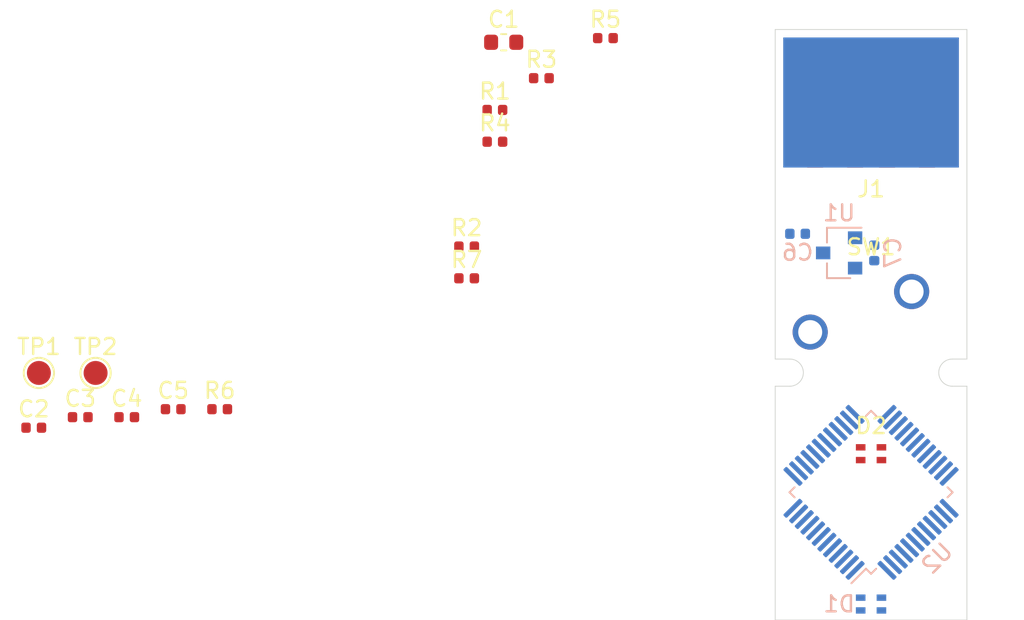
<source format=kicad_pcb>
(kicad_pcb (version 20171130) (host pcbnew 5.1.6)

  (general
    (thickness 1.6)
    (drawings 12)
    (tracks 0)
    (zones 0)
    (modules 22)
    (nets 48)
  )

  (page A4)
  (layers
    (0 F.Cu signal)
    (31 B.Cu signal)
    (32 B.Adhes user)
    (33 F.Adhes user)
    (34 B.Paste user)
    (35 F.Paste user)
    (36 B.SilkS user)
    (37 F.SilkS user)
    (38 B.Mask user)
    (39 F.Mask user)
    (40 Dwgs.User user)
    (41 Cmts.User user)
    (42 Eco1.User user)
    (43 Eco2.User user)
    (44 Edge.Cuts user)
    (45 Margin user)
    (46 B.CrtYd user)
    (47 F.CrtYd user)
    (48 B.Fab user)
    (49 F.Fab user)
  )

  (setup
    (last_trace_width 0.25)
    (trace_clearance 0.2)
    (zone_clearance 0.508)
    (zone_45_only no)
    (trace_min 0.2)
    (via_size 0.8)
    (via_drill 0.4)
    (via_min_size 0.6)
    (via_min_drill 0.3)
    (uvia_size 0.3)
    (uvia_drill 0.1)
    (uvias_allowed no)
    (uvia_min_size 0.2)
    (uvia_min_drill 0.1)
    (edge_width 0.05)
    (segment_width 0.2)
    (pcb_text_width 0.3)
    (pcb_text_size 1.5 1.5)
    (mod_edge_width 0.12)
    (mod_text_size 1 1)
    (mod_text_width 0.15)
    (pad_size 1.524 1.524)
    (pad_drill 0.762)
    (pad_to_mask_clearance 0.05)
    (aux_axis_origin 0 0)
    (visible_elements FFFFF77F)
    (pcbplotparams
      (layerselection 0x010fc_ffffffff)
      (usegerberextensions false)
      (usegerberattributes true)
      (usegerberadvancedattributes true)
      (creategerberjobfile true)
      (excludeedgelayer true)
      (linewidth 0.100000)
      (plotframeref false)
      (viasonmask false)
      (mode 1)
      (useauxorigin false)
      (hpglpennumber 1)
      (hpglpenspeed 20)
      (hpglpendiameter 15.000000)
      (psnegative false)
      (psa4output false)
      (plotreference true)
      (plotvalue true)
      (plotinvisibletext false)
      (padsonsilk false)
      (subtractmaskfromsilk false)
      (outputformat 1)
      (mirror false)
      (drillshape 1)
      (scaleselection 1)
      (outputdirectory ""))
  )

  (net 0 "")
  (net 1 GND)
  (net 2 +3V3)
  (net 3 VBUS)
  (net 4 "Net-(D1-Pad4)")
  (net 5 "Net-(D1-Pad3)")
  (net 6 "Net-(D1-Pad1)")
  (net 7 "Net-(D2-Pad4)")
  (net 8 "Net-(D2-Pad3)")
  (net 9 "Net-(D2-Pad1)")
  (net 10 /D+)
  (net 11 /D-)
  (net 12 /BTN1)
  (net 13 /LED1_R)
  (net 14 /LED1_G)
  (net 15 /LED1_B)
  (net 16 /LED2_R)
  (net 17 /LED2_G)
  (net 18 /LED2_B)
  (net 19 /SWDIO)
  (net 20 /SWCLK)
  (net 21 "Net-(U2-Pad46)")
  (net 22 "Net-(U2-Pad45)")
  (net 23 "Net-(U2-Pad43)")
  (net 24 "Net-(U2-Pad42)")
  (net 25 "Net-(U2-Pad40)")
  (net 26 "Net-(U2-Pad39)")
  (net 27 "Net-(U2-Pad38)")
  (net 28 "Net-(U2-Pad31)")
  (net 29 "Net-(U2-Pad30)")
  (net 30 "Net-(U2-Pad29)")
  (net 31 "Net-(U2-Pad28)")
  (net 32 "Net-(U2-Pad27)")
  (net 33 "Net-(U2-Pad26)")
  (net 34 "Net-(U2-Pad25)")
  (net 35 "Net-(U2-Pad22)")
  (net 36 "Net-(U2-Pad21)")
  (net 37 "Net-(U2-Pad20)")
  (net 38 "Net-(U2-Pad17)")
  (net 39 "Net-(U2-Pad16)")
  (net 40 "Net-(U2-Pad15)")
  (net 41 "Net-(U2-Pad14)")
  (net 42 "Net-(U2-Pad7)")
  (net 43 "Net-(U2-Pad6)")
  (net 44 "Net-(U2-Pad5)")
  (net 45 "Net-(U2-Pad4)")
  (net 46 "Net-(U2-Pad3)")
  (net 47 "Net-(U2-Pad2)")

  (net_class Default "This is the default net class."
    (clearance 0.2)
    (trace_width 0.25)
    (via_dia 0.8)
    (via_drill 0.4)
    (uvia_dia 0.3)
    (uvia_drill 0.1)
    (add_net +3V3)
    (add_net /BTN1)
    (add_net /D+)
    (add_net /D-)
    (add_net /LED1_B)
    (add_net /LED1_G)
    (add_net /LED1_R)
    (add_net /LED2_B)
    (add_net /LED2_G)
    (add_net /LED2_R)
    (add_net /SWCLK)
    (add_net /SWDIO)
    (add_net GND)
    (add_net "Net-(D1-Pad1)")
    (add_net "Net-(D1-Pad3)")
    (add_net "Net-(D1-Pad4)")
    (add_net "Net-(D2-Pad1)")
    (add_net "Net-(D2-Pad3)")
    (add_net "Net-(D2-Pad4)")
    (add_net "Net-(U2-Pad14)")
    (add_net "Net-(U2-Pad15)")
    (add_net "Net-(U2-Pad16)")
    (add_net "Net-(U2-Pad17)")
    (add_net "Net-(U2-Pad2)")
    (add_net "Net-(U2-Pad20)")
    (add_net "Net-(U2-Pad21)")
    (add_net "Net-(U2-Pad22)")
    (add_net "Net-(U2-Pad25)")
    (add_net "Net-(U2-Pad26)")
    (add_net "Net-(U2-Pad27)")
    (add_net "Net-(U2-Pad28)")
    (add_net "Net-(U2-Pad29)")
    (add_net "Net-(U2-Pad3)")
    (add_net "Net-(U2-Pad30)")
    (add_net "Net-(U2-Pad31)")
    (add_net "Net-(U2-Pad38)")
    (add_net "Net-(U2-Pad39)")
    (add_net "Net-(U2-Pad4)")
    (add_net "Net-(U2-Pad40)")
    (add_net "Net-(U2-Pad42)")
    (add_net "Net-(U2-Pad43)")
    (add_net "Net-(U2-Pad45)")
    (add_net "Net-(U2-Pad46)")
    (add_net "Net-(U2-Pad5)")
    (add_net "Net-(U2-Pad6)")
    (add_net "Net-(U2-Pad7)")
    (add_net VBUS)
  )

  (module Button_Switch_Keyboard:SW_Cherry_MX_1.00u_PCB (layer F.Cu) (tedit 5F944CC9) (tstamp 5F92DCF2)
    (at 152.54 66.42)
    (descr "Cherry MX keyswitch, 1.00u, PCB mount, http://cherryamericas.com/wp-content/uploads/2014/12/mx_cat.pdf")
    (tags "Cherry MX keyswitch 1.00u PCB")
    (path /5F925207)
    (fp_text reference SW1 (at -2.54 -2.794) (layer F.SilkS)
      (effects (font (size 1 1) (thickness 0.15)))
    )
    (fp_text value MXxx-xxxx (at -2.54 12.954) (layer F.Fab)
      (effects (font (size 1 1) (thickness 0.15)))
    )
    (fp_text user %R (at -2.54 -2.794) (layer F.Fab)
      (effects (font (size 1 1) (thickness 0.15)))
    )
    (fp_line (start -8.89 -1.27) (end 3.81 -1.27) (layer F.Fab) (width 0.1))
    (fp_line (start 3.81 -1.27) (end 3.81 11.43) (layer F.Fab) (width 0.1))
    (fp_line (start 3.81 11.43) (end -8.89 11.43) (layer F.Fab) (width 0.1))
    (fp_line (start -8.89 11.43) (end -8.89 -1.27) (layer F.Fab) (width 0.1))
    (fp_line (start -9.14 11.68) (end -9.14 -1.52) (layer F.CrtYd) (width 0.05))
    (fp_line (start 4.06 11.68) (end -9.14 11.68) (layer F.CrtYd) (width 0.05))
    (fp_line (start 4.06 -1.52) (end 4.06 11.68) (layer F.CrtYd) (width 0.05))
    (fp_line (start -9.14 -1.52) (end 4.06 -1.52) (layer F.CrtYd) (width 0.05))
    (fp_line (start -12.065 -4.445) (end 6.985 -4.445) (layer Dwgs.User) (width 0.15))
    (fp_line (start 6.985 -4.445) (end 6.985 14.605) (layer Dwgs.User) (width 0.15))
    (fp_line (start 6.985 14.605) (end -12.065 14.605) (layer Dwgs.User) (width 0.15))
    (fp_line (start -12.065 14.605) (end -12.065 -4.445) (layer Dwgs.User) (width 0.15))
    (pad "" np_thru_hole circle (at -2.54 5.08) (size 4 4) (drill 4) (layers *.Cu *.Mask))
    (pad 2 thru_hole circle (at -6.35 2.54) (size 2.2 2.2) (drill 1.5) (layers *.Cu *.Mask)
      (net 2 +3V3))
    (pad 1 thru_hole circle (at 0 0) (size 2.2 2.2) (drill 1.5) (layers *.Cu *.Mask)
      (net 12 /BTN1))
    (model ${KISYS3DMOD}/Button_Switch_Keyboard.3dshapes/SW_Cherry_MX_1.00u_PCB.wrl
      (at (xyz 0 0 0))
      (scale (xyz 1 1 1))
      (rotate (xyz 0 0 0))
    )
  )

  (module Capacitor_SMD:C_0402_1005Metric (layer B.Cu) (tedit 5B301BBE) (tstamp 5F92C15E)
    (at 145.4 62.8)
    (descr "Capacitor SMD 0402 (1005 Metric), square (rectangular) end terminal, IPC_7351 nominal, (Body size source: http://www.tortai-tech.com/upload/download/2011102023233369053.pdf), generated with kicad-footprint-generator")
    (tags capacitor)
    (path /5F93753A)
    (attr smd)
    (fp_text reference C6 (at 0 1.17) (layer B.SilkS)
      (effects (font (size 1 1) (thickness 0.15)) (justify mirror))
    )
    (fp_text value 1u (at 0 -1.17) (layer B.Fab)
      (effects (font (size 1 1) (thickness 0.15)) (justify mirror))
    )
    (fp_line (start 0.93 -0.47) (end -0.93 -0.47) (layer B.CrtYd) (width 0.05))
    (fp_line (start 0.93 0.47) (end 0.93 -0.47) (layer B.CrtYd) (width 0.05))
    (fp_line (start -0.93 0.47) (end 0.93 0.47) (layer B.CrtYd) (width 0.05))
    (fp_line (start -0.93 -0.47) (end -0.93 0.47) (layer B.CrtYd) (width 0.05))
    (fp_line (start 0.5 -0.25) (end -0.5 -0.25) (layer B.Fab) (width 0.1))
    (fp_line (start 0.5 0.25) (end 0.5 -0.25) (layer B.Fab) (width 0.1))
    (fp_line (start -0.5 0.25) (end 0.5 0.25) (layer B.Fab) (width 0.1))
    (fp_line (start -0.5 -0.25) (end -0.5 0.25) (layer B.Fab) (width 0.1))
    (fp_text user %R (at 0 0) (layer B.Fab)
      (effects (font (size 0.25 0.25) (thickness 0.04)) (justify mirror))
    )
    (pad 2 smd roundrect (at 0.485 0) (size 0.59 0.64) (layers B.Cu B.Paste B.Mask) (roundrect_rratio 0.25)
      (net 1 GND))
    (pad 1 smd roundrect (at -0.485 0) (size 0.59 0.64) (layers B.Cu B.Paste B.Mask) (roundrect_rratio 0.25)
      (net 3 VBUS))
    (model ${KISYS3DMOD}/Capacitor_SMD.3dshapes/C_0402_1005Metric.wrl
      (at (xyz 0 0 0))
      (scale (xyz 1 1 1))
      (rotate (xyz 0 0 0))
    )
  )

  (module Package_QFP:LQFP-48_7x7mm_P0.5mm (layer B.Cu) (tedit 5D9F72AF) (tstamp 5F92E9DF)
    (at 150 79 45)
    (descr "LQFP, 48 Pin (https://www.analog.com/media/en/technical-documentation/data-sheets/ltc2358-16.pdf), generated with kicad-footprint-generator ipc_gullwing_generator.py")
    (tags "LQFP QFP")
    (path /5F878F8D)
    (attr smd)
    (fp_text reference U2 (at 0 5.85 45) (layer B.SilkS)
      (effects (font (size 1 1) (thickness 0.15)) (justify mirror))
    )
    (fp_text value STM32F072CBT6 (at 0 -5.85 45) (layer B.Fab)
      (effects (font (size 1 1) (thickness 0.15)) (justify mirror))
    )
    (fp_line (start 5.15 -3.15) (end 5.15 0) (layer B.CrtYd) (width 0.05))
    (fp_line (start 3.75 -3.15) (end 5.15 -3.15) (layer B.CrtYd) (width 0.05))
    (fp_line (start 3.75 -3.75) (end 3.75 -3.15) (layer B.CrtYd) (width 0.05))
    (fp_line (start 3.15 -3.75) (end 3.75 -3.75) (layer B.CrtYd) (width 0.05))
    (fp_line (start 3.15 -5.15) (end 3.15 -3.75) (layer B.CrtYd) (width 0.05))
    (fp_line (start 0 -5.15) (end 3.15 -5.15) (layer B.CrtYd) (width 0.05))
    (fp_line (start -5.15 -3.15) (end -5.15 0) (layer B.CrtYd) (width 0.05))
    (fp_line (start -3.75 -3.15) (end -5.15 -3.15) (layer B.CrtYd) (width 0.05))
    (fp_line (start -3.75 -3.75) (end -3.75 -3.15) (layer B.CrtYd) (width 0.05))
    (fp_line (start -3.15 -3.75) (end -3.75 -3.75) (layer B.CrtYd) (width 0.05))
    (fp_line (start -3.15 -5.15) (end -3.15 -3.75) (layer B.CrtYd) (width 0.05))
    (fp_line (start 0 -5.15) (end -3.15 -5.15) (layer B.CrtYd) (width 0.05))
    (fp_line (start 5.15 3.15) (end 5.15 0) (layer B.CrtYd) (width 0.05))
    (fp_line (start 3.75 3.15) (end 5.15 3.15) (layer B.CrtYd) (width 0.05))
    (fp_line (start 3.75 3.75) (end 3.75 3.15) (layer B.CrtYd) (width 0.05))
    (fp_line (start 3.15 3.75) (end 3.75 3.75) (layer B.CrtYd) (width 0.05))
    (fp_line (start 3.15 5.15) (end 3.15 3.75) (layer B.CrtYd) (width 0.05))
    (fp_line (start 0 5.15) (end 3.15 5.15) (layer B.CrtYd) (width 0.05))
    (fp_line (start -5.15 3.15) (end -5.15 0) (layer B.CrtYd) (width 0.05))
    (fp_line (start -3.75 3.15) (end -5.15 3.15) (layer B.CrtYd) (width 0.05))
    (fp_line (start -3.75 3.75) (end -3.75 3.15) (layer B.CrtYd) (width 0.05))
    (fp_line (start -3.15 3.75) (end -3.75 3.75) (layer B.CrtYd) (width 0.05))
    (fp_line (start -3.15 5.15) (end -3.15 3.75) (layer B.CrtYd) (width 0.05))
    (fp_line (start 0 5.15) (end -3.15 5.15) (layer B.CrtYd) (width 0.05))
    (fp_line (start -3.5 2.5) (end -2.5 3.5) (layer B.Fab) (width 0.1))
    (fp_line (start -3.5 -3.5) (end -3.5 2.5) (layer B.Fab) (width 0.1))
    (fp_line (start 3.5 -3.5) (end -3.5 -3.5) (layer B.Fab) (width 0.1))
    (fp_line (start 3.5 3.5) (end 3.5 -3.5) (layer B.Fab) (width 0.1))
    (fp_line (start -2.5 3.5) (end 3.5 3.5) (layer B.Fab) (width 0.1))
    (fp_line (start -3.61 3.16) (end -4.9 3.16) (layer B.SilkS) (width 0.12))
    (fp_line (start -3.61 3.61) (end -3.61 3.16) (layer B.SilkS) (width 0.12))
    (fp_line (start -3.16 3.61) (end -3.61 3.61) (layer B.SilkS) (width 0.12))
    (fp_line (start 3.61 3.61) (end 3.61 3.16) (layer B.SilkS) (width 0.12))
    (fp_line (start 3.16 3.61) (end 3.61 3.61) (layer B.SilkS) (width 0.12))
    (fp_line (start -3.61 -3.61) (end -3.61 -3.16) (layer B.SilkS) (width 0.12))
    (fp_line (start -3.16 -3.61) (end -3.61 -3.61) (layer B.SilkS) (width 0.12))
    (fp_line (start 3.61 -3.61) (end 3.61 -3.16) (layer B.SilkS) (width 0.12))
    (fp_line (start 3.16 -3.61) (end 3.61 -3.61) (layer B.SilkS) (width 0.12))
    (fp_text user %R (at 0 0 45) (layer B.Fab)
      (effects (font (size 1 1) (thickness 0.15)) (justify mirror))
    )
    (pad 48 smd roundrect (at -2.75 4.1625 45) (size 0.3 1.475) (layers B.Cu B.Paste B.Mask) (roundrect_rratio 0.25)
      (net 2 +3V3))
    (pad 47 smd roundrect (at -2.25 4.1625 45) (size 0.3 1.475) (layers B.Cu B.Paste B.Mask) (roundrect_rratio 0.25)
      (net 1 GND))
    (pad 46 smd roundrect (at -1.75 4.1625 45) (size 0.3 1.475) (layers B.Cu B.Paste B.Mask) (roundrect_rratio 0.25)
      (net 21 "Net-(U2-Pad46)"))
    (pad 45 smd roundrect (at -1.25 4.1625 45) (size 0.3 1.475) (layers B.Cu B.Paste B.Mask) (roundrect_rratio 0.25)
      (net 22 "Net-(U2-Pad45)"))
    (pad 44 smd roundrect (at -0.75 4.1625 45) (size 0.3 1.475) (layers B.Cu B.Paste B.Mask) (roundrect_rratio 0.25)
      (net 12 /BTN1))
    (pad 43 smd roundrect (at -0.25 4.1625 45) (size 0.3 1.475) (layers B.Cu B.Paste B.Mask) (roundrect_rratio 0.25)
      (net 23 "Net-(U2-Pad43)"))
    (pad 42 smd roundrect (at 0.25 4.1625 45) (size 0.3 1.475) (layers B.Cu B.Paste B.Mask) (roundrect_rratio 0.25)
      (net 24 "Net-(U2-Pad42)"))
    (pad 41 smd roundrect (at 0.75 4.1625 45) (size 0.3 1.475) (layers B.Cu B.Paste B.Mask) (roundrect_rratio 0.25)
      (net 18 /LED2_B))
    (pad 40 smd roundrect (at 1.25 4.1625 45) (size 0.3 1.475) (layers B.Cu B.Paste B.Mask) (roundrect_rratio 0.25)
      (net 25 "Net-(U2-Pad40)"))
    (pad 39 smd roundrect (at 1.75 4.1625 45) (size 0.3 1.475) (layers B.Cu B.Paste B.Mask) (roundrect_rratio 0.25)
      (net 26 "Net-(U2-Pad39)"))
    (pad 38 smd roundrect (at 2.25 4.1625 45) (size 0.3 1.475) (layers B.Cu B.Paste B.Mask) (roundrect_rratio 0.25)
      (net 27 "Net-(U2-Pad38)"))
    (pad 37 smd roundrect (at 2.75 4.1625 45) (size 0.3 1.475) (layers B.Cu B.Paste B.Mask) (roundrect_rratio 0.25)
      (net 20 /SWCLK))
    (pad 36 smd roundrect (at 4.1625 2.75 45) (size 1.475 0.3) (layers B.Cu B.Paste B.Mask) (roundrect_rratio 0.25)
      (net 2 +3V3))
    (pad 35 smd roundrect (at 4.1625 2.25 45) (size 1.475 0.3) (layers B.Cu B.Paste B.Mask) (roundrect_rratio 0.25)
      (net 1 GND))
    (pad 34 smd roundrect (at 4.1625 1.75 45) (size 1.475 0.3) (layers B.Cu B.Paste B.Mask) (roundrect_rratio 0.25)
      (net 19 /SWDIO))
    (pad 33 smd roundrect (at 4.1625 1.25 45) (size 1.475 0.3) (layers B.Cu B.Paste B.Mask) (roundrect_rratio 0.25)
      (net 10 /D+))
    (pad 32 smd roundrect (at 4.1625 0.75 45) (size 1.475 0.3) (layers B.Cu B.Paste B.Mask) (roundrect_rratio 0.25)
      (net 11 /D-))
    (pad 31 smd roundrect (at 4.1625 0.25 45) (size 1.475 0.3) (layers B.Cu B.Paste B.Mask) (roundrect_rratio 0.25)
      (net 28 "Net-(U2-Pad31)"))
    (pad 30 smd roundrect (at 4.1625 -0.25 45) (size 1.475 0.3) (layers B.Cu B.Paste B.Mask) (roundrect_rratio 0.25)
      (net 29 "Net-(U2-Pad30)"))
    (pad 29 smd roundrect (at 4.1625 -0.75 45) (size 1.475 0.3) (layers B.Cu B.Paste B.Mask) (roundrect_rratio 0.25)
      (net 30 "Net-(U2-Pad29)"))
    (pad 28 smd roundrect (at 4.1625 -1.25 45) (size 1.475 0.3) (layers B.Cu B.Paste B.Mask) (roundrect_rratio 0.25)
      (net 31 "Net-(U2-Pad28)"))
    (pad 27 smd roundrect (at 4.1625 -1.75 45) (size 1.475 0.3) (layers B.Cu B.Paste B.Mask) (roundrect_rratio 0.25)
      (net 32 "Net-(U2-Pad27)"))
    (pad 26 smd roundrect (at 4.1625 -2.25 45) (size 1.475 0.3) (layers B.Cu B.Paste B.Mask) (roundrect_rratio 0.25)
      (net 33 "Net-(U2-Pad26)"))
    (pad 25 smd roundrect (at 4.1625 -2.75 45) (size 1.475 0.3) (layers B.Cu B.Paste B.Mask) (roundrect_rratio 0.25)
      (net 34 "Net-(U2-Pad25)"))
    (pad 24 smd roundrect (at 2.75 -4.1625 45) (size 0.3 1.475) (layers B.Cu B.Paste B.Mask) (roundrect_rratio 0.25)
      (net 2 +3V3))
    (pad 23 smd roundrect (at 2.25 -4.1625 45) (size 0.3 1.475) (layers B.Cu B.Paste B.Mask) (roundrect_rratio 0.25)
      (net 1 GND))
    (pad 22 smd roundrect (at 1.75 -4.1625 45) (size 0.3 1.475) (layers B.Cu B.Paste B.Mask) (roundrect_rratio 0.25)
      (net 35 "Net-(U2-Pad22)"))
    (pad 21 smd roundrect (at 1.25 -4.1625 45) (size 0.3 1.475) (layers B.Cu B.Paste B.Mask) (roundrect_rratio 0.25)
      (net 36 "Net-(U2-Pad21)"))
    (pad 20 smd roundrect (at 0.75 -4.1625 45) (size 0.3 1.475) (layers B.Cu B.Paste B.Mask) (roundrect_rratio 0.25)
      (net 37 "Net-(U2-Pad20)"))
    (pad 19 smd roundrect (at 0.25 -4.1625 45) (size 0.3 1.475) (layers B.Cu B.Paste B.Mask) (roundrect_rratio 0.25)
      (net 16 /LED2_R))
    (pad 18 smd roundrect (at -0.25 -4.1625 45) (size 0.3 1.475) (layers B.Cu B.Paste B.Mask) (roundrect_rratio 0.25)
      (net 17 /LED2_G))
    (pad 17 smd roundrect (at -0.75 -4.1625 45) (size 0.3 1.475) (layers B.Cu B.Paste B.Mask) (roundrect_rratio 0.25)
      (net 38 "Net-(U2-Pad17)"))
    (pad 16 smd roundrect (at -1.25 -4.1625 45) (size 0.3 1.475) (layers B.Cu B.Paste B.Mask) (roundrect_rratio 0.25)
      (net 39 "Net-(U2-Pad16)"))
    (pad 15 smd roundrect (at -1.75 -4.1625 45) (size 0.3 1.475) (layers B.Cu B.Paste B.Mask) (roundrect_rratio 0.25)
      (net 40 "Net-(U2-Pad15)"))
    (pad 14 smd roundrect (at -2.25 -4.1625 45) (size 0.3 1.475) (layers B.Cu B.Paste B.Mask) (roundrect_rratio 0.25)
      (net 41 "Net-(U2-Pad14)"))
    (pad 13 smd roundrect (at -2.75 -4.1625 45) (size 0.3 1.475) (layers B.Cu B.Paste B.Mask) (roundrect_rratio 0.25)
      (net 12 /BTN1))
    (pad 12 smd roundrect (at -4.1625 -2.75 45) (size 1.475 0.3) (layers B.Cu B.Paste B.Mask) (roundrect_rratio 0.25)
      (net 13 /LED1_R))
    (pad 11 smd roundrect (at -4.1625 -2.25 45) (size 1.475 0.3) (layers B.Cu B.Paste B.Mask) (roundrect_rratio 0.25)
      (net 14 /LED1_G))
    (pad 10 smd roundrect (at -4.1625 -1.75 45) (size 1.475 0.3) (layers B.Cu B.Paste B.Mask) (roundrect_rratio 0.25)
      (net 15 /LED1_B))
    (pad 9 smd roundrect (at -4.1625 -1.25 45) (size 1.475 0.3) (layers B.Cu B.Paste B.Mask) (roundrect_rratio 0.25)
      (net 2 +3V3))
    (pad 8 smd roundrect (at -4.1625 -0.75 45) (size 1.475 0.3) (layers B.Cu B.Paste B.Mask) (roundrect_rratio 0.25)
      (net 1 GND))
    (pad 7 smd roundrect (at -4.1625 -0.25 45) (size 1.475 0.3) (layers B.Cu B.Paste B.Mask) (roundrect_rratio 0.25)
      (net 42 "Net-(U2-Pad7)"))
    (pad 6 smd roundrect (at -4.1625 0.25 45) (size 1.475 0.3) (layers B.Cu B.Paste B.Mask) (roundrect_rratio 0.25)
      (net 43 "Net-(U2-Pad6)"))
    (pad 5 smd roundrect (at -4.1625 0.75 45) (size 1.475 0.3) (layers B.Cu B.Paste B.Mask) (roundrect_rratio 0.25)
      (net 44 "Net-(U2-Pad5)"))
    (pad 4 smd roundrect (at -4.1625 1.25 45) (size 1.475 0.3) (layers B.Cu B.Paste B.Mask) (roundrect_rratio 0.25)
      (net 45 "Net-(U2-Pad4)"))
    (pad 3 smd roundrect (at -4.1625 1.75 45) (size 1.475 0.3) (layers B.Cu B.Paste B.Mask) (roundrect_rratio 0.25)
      (net 46 "Net-(U2-Pad3)"))
    (pad 2 smd roundrect (at -4.1625 2.25 45) (size 1.475 0.3) (layers B.Cu B.Paste B.Mask) (roundrect_rratio 0.25)
      (net 47 "Net-(U2-Pad2)"))
    (pad 1 smd roundrect (at -4.1625 2.75 45) (size 1.475 0.3) (layers B.Cu B.Paste B.Mask) (roundrect_rratio 0.25)
      (net 2 +3V3))
    (model ${KISYS3DMOD}/Package_QFP.3dshapes/LQFP-48_7x7mm_P0.5mm.wrl
      (at (xyz 0 0 0))
      (scale (xyz 1 1 1))
      (rotate (xyz 0 0 0))
    )
  )

  (module Package_TO_SOT_SMD:SOT-23 (layer B.Cu) (tedit 5A02FF57) (tstamp 5F92B4F1)
    (at 148 64 180)
    (descr "SOT-23, Standard")
    (tags SOT-23)
    (path /5FA01775)
    (attr smd)
    (fp_text reference U1 (at 0 2.5) (layer B.SilkS)
      (effects (font (size 1 1) (thickness 0.15)) (justify mirror))
    )
    (fp_text value XC6206P332MR (at 0 -2.5) (layer B.Fab)
      (effects (font (size 1 1) (thickness 0.15)) (justify mirror))
    )
    (fp_line (start -0.7 0.95) (end -0.7 -1.5) (layer B.Fab) (width 0.1))
    (fp_line (start -0.15 1.52) (end 0.7 1.52) (layer B.Fab) (width 0.1))
    (fp_line (start -0.7 0.95) (end -0.15 1.52) (layer B.Fab) (width 0.1))
    (fp_line (start 0.7 1.52) (end 0.7 -1.52) (layer B.Fab) (width 0.1))
    (fp_line (start -0.7 -1.52) (end 0.7 -1.52) (layer B.Fab) (width 0.1))
    (fp_line (start 0.76 -1.58) (end 0.76 -0.65) (layer B.SilkS) (width 0.12))
    (fp_line (start 0.76 1.58) (end 0.76 0.65) (layer B.SilkS) (width 0.12))
    (fp_line (start -1.7 1.75) (end 1.7 1.75) (layer B.CrtYd) (width 0.05))
    (fp_line (start 1.7 1.75) (end 1.7 -1.75) (layer B.CrtYd) (width 0.05))
    (fp_line (start 1.7 -1.75) (end -1.7 -1.75) (layer B.CrtYd) (width 0.05))
    (fp_line (start -1.7 -1.75) (end -1.7 1.75) (layer B.CrtYd) (width 0.05))
    (fp_line (start 0.76 1.58) (end -1.4 1.58) (layer B.SilkS) (width 0.12))
    (fp_line (start 0.76 -1.58) (end -0.7 -1.58) (layer B.SilkS) (width 0.12))
    (fp_text user %R (at 0 0 -90) (layer B.Fab)
      (effects (font (size 0.5 0.5) (thickness 0.075)) (justify mirror))
    )
    (pad 1 smd rect (at -1 0.95 180) (size 0.9 0.8) (layers B.Cu B.Paste B.Mask)
      (net 1 GND))
    (pad 2 smd rect (at -1 -0.95 180) (size 0.9 0.8) (layers B.Cu B.Paste B.Mask)
      (net 2 +3V3))
    (pad 3 smd rect (at 1 0 180) (size 0.9 0.8) (layers B.Cu B.Paste B.Mask)
      (net 3 VBUS))
    (model ${KISYS3DMOD}/Package_TO_SOT_SMD.3dshapes/SOT-23.wrl
      (at (xyz 0 0 0))
      (scale (xyz 1 1 1))
      (rotate (xyz 0 0 0))
    )
  )

  (module TestPoint:TestPoint_Pad_D1.5mm (layer F.Cu) (tedit 5A0F774F) (tstamp 5F92A952)
    (at 101.45 71.52)
    (descr "SMD pad as test Point, diameter 1.5mm")
    (tags "test point SMD pad")
    (path /5FCB2854)
    (attr virtual)
    (fp_text reference TP2 (at 0 -1.648) (layer F.SilkS)
      (effects (font (size 1 1) (thickness 0.15)))
    )
    (fp_text value SWCLK (at 0 1.75) (layer F.Fab)
      (effects (font (size 1 1) (thickness 0.15)))
    )
    (fp_circle (center 0 0) (end 0 0.95) (layer F.SilkS) (width 0.12))
    (fp_circle (center 0 0) (end 1.25 0) (layer F.CrtYd) (width 0.05))
    (fp_text user %R (at 0 -1.65) (layer F.Fab)
      (effects (font (size 1 1) (thickness 0.15)))
    )
    (pad 1 smd circle (at 0 0) (size 1.5 1.5) (layers F.Cu F.Mask)
      (net 20 /SWCLK))
  )

  (module TestPoint:TestPoint_Pad_D1.5mm (layer F.Cu) (tedit 5A0F774F) (tstamp 5F92A94A)
    (at 97.9 71.52)
    (descr "SMD pad as test Point, diameter 1.5mm")
    (tags "test point SMD pad")
    (path /5FCAA338)
    (attr virtual)
    (fp_text reference TP1 (at 0 -1.648) (layer F.SilkS)
      (effects (font (size 1 1) (thickness 0.15)))
    )
    (fp_text value SWDIO (at 0 1.75) (layer F.Fab)
      (effects (font (size 1 1) (thickness 0.15)))
    )
    (fp_circle (center 0 0) (end 0 0.95) (layer F.SilkS) (width 0.12))
    (fp_circle (center 0 0) (end 1.25 0) (layer F.CrtYd) (width 0.05))
    (fp_text user %R (at 0 -1.65) (layer F.Fab)
      (effects (font (size 1 1) (thickness 0.15)))
    )
    (pad 1 smd circle (at 0 0) (size 1.5 1.5) (layers F.Cu F.Mask)
      (net 19 /SWDIO))
  )

  (module Resistor_SMD:R_0402_1005Metric (layer F.Cu) (tedit 5B301BBD) (tstamp 5F92A928)
    (at 124.68 65.59)
    (descr "Resistor SMD 0402 (1005 Metric), square (rectangular) end terminal, IPC_7351 nominal, (Body size source: http://www.tortai-tech.com/upload/download/2011102023233369053.pdf), generated with kicad-footprint-generator")
    (tags resistor)
    (path /5FDA0D19)
    (attr smd)
    (fp_text reference R7 (at 0 -1.17) (layer F.SilkS)
      (effects (font (size 1 1) (thickness 0.15)))
    )
    (fp_text value 1k (at 0 1.17) (layer F.Fab)
      (effects (font (size 1 1) (thickness 0.15)))
    )
    (fp_line (start 0.93 0.47) (end -0.93 0.47) (layer F.CrtYd) (width 0.05))
    (fp_line (start 0.93 -0.47) (end 0.93 0.47) (layer F.CrtYd) (width 0.05))
    (fp_line (start -0.93 -0.47) (end 0.93 -0.47) (layer F.CrtYd) (width 0.05))
    (fp_line (start -0.93 0.47) (end -0.93 -0.47) (layer F.CrtYd) (width 0.05))
    (fp_line (start 0.5 0.25) (end -0.5 0.25) (layer F.Fab) (width 0.1))
    (fp_line (start 0.5 -0.25) (end 0.5 0.25) (layer F.Fab) (width 0.1))
    (fp_line (start -0.5 -0.25) (end 0.5 -0.25) (layer F.Fab) (width 0.1))
    (fp_line (start -0.5 0.25) (end -0.5 -0.25) (layer F.Fab) (width 0.1))
    (fp_text user %R (at 0 0) (layer F.Fab)
      (effects (font (size 0.25 0.25) (thickness 0.04)))
    )
    (pad 2 smd roundrect (at 0.485 0) (size 0.59 0.64) (layers F.Cu F.Paste F.Mask) (roundrect_rratio 0.25)
      (net 8 "Net-(D2-Pad3)"))
    (pad 1 smd roundrect (at -0.485 0) (size 0.59 0.64) (layers F.Cu F.Paste F.Mask) (roundrect_rratio 0.25)
      (net 18 /LED2_B))
    (model ${KISYS3DMOD}/Resistor_SMD.3dshapes/R_0402_1005Metric.wrl
      (at (xyz 0 0 0))
      (scale (xyz 1 1 1))
      (rotate (xyz 0 0 0))
    )
  )

  (module Resistor_SMD:R_0402_1005Metric (layer F.Cu) (tedit 5B301BBD) (tstamp 5F92A919)
    (at 109.22 73.79)
    (descr "Resistor SMD 0402 (1005 Metric), square (rectangular) end terminal, IPC_7351 nominal, (Body size source: http://www.tortai-tech.com/upload/download/2011102023233369053.pdf), generated with kicad-footprint-generator")
    (tags resistor)
    (path /5FDA00DF)
    (attr smd)
    (fp_text reference R6 (at 0 -1.17) (layer F.SilkS)
      (effects (font (size 1 1) (thickness 0.15)))
    )
    (fp_text value 1k (at 0 1.17) (layer F.Fab)
      (effects (font (size 1 1) (thickness 0.15)))
    )
    (fp_line (start 0.93 0.47) (end -0.93 0.47) (layer F.CrtYd) (width 0.05))
    (fp_line (start 0.93 -0.47) (end 0.93 0.47) (layer F.CrtYd) (width 0.05))
    (fp_line (start -0.93 -0.47) (end 0.93 -0.47) (layer F.CrtYd) (width 0.05))
    (fp_line (start -0.93 0.47) (end -0.93 -0.47) (layer F.CrtYd) (width 0.05))
    (fp_line (start 0.5 0.25) (end -0.5 0.25) (layer F.Fab) (width 0.1))
    (fp_line (start 0.5 -0.25) (end 0.5 0.25) (layer F.Fab) (width 0.1))
    (fp_line (start -0.5 -0.25) (end 0.5 -0.25) (layer F.Fab) (width 0.1))
    (fp_line (start -0.5 0.25) (end -0.5 -0.25) (layer F.Fab) (width 0.1))
    (fp_text user %R (at 0 0) (layer F.Fab)
      (effects (font (size 0.25 0.25) (thickness 0.04)))
    )
    (pad 2 smd roundrect (at 0.485 0) (size 0.59 0.64) (layers F.Cu F.Paste F.Mask) (roundrect_rratio 0.25)
      (net 7 "Net-(D2-Pad4)"))
    (pad 1 smd roundrect (at -0.485 0) (size 0.59 0.64) (layers F.Cu F.Paste F.Mask) (roundrect_rratio 0.25)
      (net 17 /LED2_G))
    (model ${KISYS3DMOD}/Resistor_SMD.3dshapes/R_0402_1005Metric.wrl
      (at (xyz 0 0 0))
      (scale (xyz 1 1 1))
      (rotate (xyz 0 0 0))
    )
  )

  (module Resistor_SMD:R_0402_1005Metric (layer F.Cu) (tedit 5B301BBD) (tstamp 5F92A90A)
    (at 133.37 50.54)
    (descr "Resistor SMD 0402 (1005 Metric), square (rectangular) end terminal, IPC_7351 nominal, (Body size source: http://www.tortai-tech.com/upload/download/2011102023233369053.pdf), generated with kicad-footprint-generator")
    (tags resistor)
    (path /5FD9D2CE)
    (attr smd)
    (fp_text reference R5 (at 0 -1.17) (layer F.SilkS)
      (effects (font (size 1 1) (thickness 0.15)))
    )
    (fp_text value 1k (at 0 1.17) (layer F.Fab)
      (effects (font (size 1 1) (thickness 0.15)))
    )
    (fp_line (start 0.93 0.47) (end -0.93 0.47) (layer F.CrtYd) (width 0.05))
    (fp_line (start 0.93 -0.47) (end 0.93 0.47) (layer F.CrtYd) (width 0.05))
    (fp_line (start -0.93 -0.47) (end 0.93 -0.47) (layer F.CrtYd) (width 0.05))
    (fp_line (start -0.93 0.47) (end -0.93 -0.47) (layer F.CrtYd) (width 0.05))
    (fp_line (start 0.5 0.25) (end -0.5 0.25) (layer F.Fab) (width 0.1))
    (fp_line (start 0.5 -0.25) (end 0.5 0.25) (layer F.Fab) (width 0.1))
    (fp_line (start -0.5 -0.25) (end 0.5 -0.25) (layer F.Fab) (width 0.1))
    (fp_line (start -0.5 0.25) (end -0.5 -0.25) (layer F.Fab) (width 0.1))
    (fp_text user %R (at 0 0) (layer F.Fab)
      (effects (font (size 0.25 0.25) (thickness 0.04)))
    )
    (pad 2 smd roundrect (at 0.485 0) (size 0.59 0.64) (layers F.Cu F.Paste F.Mask) (roundrect_rratio 0.25)
      (net 9 "Net-(D2-Pad1)"))
    (pad 1 smd roundrect (at -0.485 0) (size 0.59 0.64) (layers F.Cu F.Paste F.Mask) (roundrect_rratio 0.25)
      (net 16 /LED2_R))
    (model ${KISYS3DMOD}/Resistor_SMD.3dshapes/R_0402_1005Metric.wrl
      (at (xyz 0 0 0))
      (scale (xyz 1 1 1))
      (rotate (xyz 0 0 0))
    )
  )

  (module Resistor_SMD:R_0402_1005Metric (layer F.Cu) (tedit 5B301BBD) (tstamp 5F92A8FB)
    (at 126.45 57.03)
    (descr "Resistor SMD 0402 (1005 Metric), square (rectangular) end terminal, IPC_7351 nominal, (Body size source: http://www.tortai-tech.com/upload/download/2011102023233369053.pdf), generated with kicad-footprint-generator")
    (tags resistor)
    (path /5F9366E4)
    (attr smd)
    (fp_text reference R4 (at 0 -1.17) (layer F.SilkS)
      (effects (font (size 1 1) (thickness 0.15)))
    )
    (fp_text value 1k (at 0 1.17) (layer F.Fab)
      (effects (font (size 1 1) (thickness 0.15)))
    )
    (fp_line (start 0.93 0.47) (end -0.93 0.47) (layer F.CrtYd) (width 0.05))
    (fp_line (start 0.93 -0.47) (end 0.93 0.47) (layer F.CrtYd) (width 0.05))
    (fp_line (start -0.93 -0.47) (end 0.93 -0.47) (layer F.CrtYd) (width 0.05))
    (fp_line (start -0.93 0.47) (end -0.93 -0.47) (layer F.CrtYd) (width 0.05))
    (fp_line (start 0.5 0.25) (end -0.5 0.25) (layer F.Fab) (width 0.1))
    (fp_line (start 0.5 -0.25) (end 0.5 0.25) (layer F.Fab) (width 0.1))
    (fp_line (start -0.5 -0.25) (end 0.5 -0.25) (layer F.Fab) (width 0.1))
    (fp_line (start -0.5 0.25) (end -0.5 -0.25) (layer F.Fab) (width 0.1))
    (fp_text user %R (at 0 0) (layer F.Fab)
      (effects (font (size 0.25 0.25) (thickness 0.04)))
    )
    (pad 2 smd roundrect (at 0.485 0) (size 0.59 0.64) (layers F.Cu F.Paste F.Mask) (roundrect_rratio 0.25)
      (net 5 "Net-(D1-Pad3)"))
    (pad 1 smd roundrect (at -0.485 0) (size 0.59 0.64) (layers F.Cu F.Paste F.Mask) (roundrect_rratio 0.25)
      (net 15 /LED1_B))
    (model ${KISYS3DMOD}/Resistor_SMD.3dshapes/R_0402_1005Metric.wrl
      (at (xyz 0 0 0))
      (scale (xyz 1 1 1))
      (rotate (xyz 0 0 0))
    )
  )

  (module Resistor_SMD:R_0402_1005Metric (layer F.Cu) (tedit 5B301BBD) (tstamp 5F92A8EC)
    (at 129.36 53.05)
    (descr "Resistor SMD 0402 (1005 Metric), square (rectangular) end terminal, IPC_7351 nominal, (Body size source: http://www.tortai-tech.com/upload/download/2011102023233369053.pdf), generated with kicad-footprint-generator")
    (tags resistor)
    (path /5F935EFD)
    (attr smd)
    (fp_text reference R3 (at 0 -1.17) (layer F.SilkS)
      (effects (font (size 1 1) (thickness 0.15)))
    )
    (fp_text value 1k (at 0 1.17) (layer F.Fab)
      (effects (font (size 1 1) (thickness 0.15)))
    )
    (fp_line (start 0.93 0.47) (end -0.93 0.47) (layer F.CrtYd) (width 0.05))
    (fp_line (start 0.93 -0.47) (end 0.93 0.47) (layer F.CrtYd) (width 0.05))
    (fp_line (start -0.93 -0.47) (end 0.93 -0.47) (layer F.CrtYd) (width 0.05))
    (fp_line (start -0.93 0.47) (end -0.93 -0.47) (layer F.CrtYd) (width 0.05))
    (fp_line (start 0.5 0.25) (end -0.5 0.25) (layer F.Fab) (width 0.1))
    (fp_line (start 0.5 -0.25) (end 0.5 0.25) (layer F.Fab) (width 0.1))
    (fp_line (start -0.5 -0.25) (end 0.5 -0.25) (layer F.Fab) (width 0.1))
    (fp_line (start -0.5 0.25) (end -0.5 -0.25) (layer F.Fab) (width 0.1))
    (fp_text user %R (at 0 0) (layer F.Fab)
      (effects (font (size 0.25 0.25) (thickness 0.04)))
    )
    (pad 2 smd roundrect (at 0.485 0) (size 0.59 0.64) (layers F.Cu F.Paste F.Mask) (roundrect_rratio 0.25)
      (net 4 "Net-(D1-Pad4)"))
    (pad 1 smd roundrect (at -0.485 0) (size 0.59 0.64) (layers F.Cu F.Paste F.Mask) (roundrect_rratio 0.25)
      (net 14 /LED1_G))
    (model ${KISYS3DMOD}/Resistor_SMD.3dshapes/R_0402_1005Metric.wrl
      (at (xyz 0 0 0))
      (scale (xyz 1 1 1))
      (rotate (xyz 0 0 0))
    )
  )

  (module Resistor_SMD:R_0402_1005Metric (layer F.Cu) (tedit 5B301BBD) (tstamp 5F92A8DD)
    (at 124.68 63.6)
    (descr "Resistor SMD 0402 (1005 Metric), square (rectangular) end terminal, IPC_7351 nominal, (Body size source: http://www.tortai-tech.com/upload/download/2011102023233369053.pdf), generated with kicad-footprint-generator")
    (tags resistor)
    (path /5F9354AF)
    (attr smd)
    (fp_text reference R2 (at 0 -1.17) (layer F.SilkS)
      (effects (font (size 1 1) (thickness 0.15)))
    )
    (fp_text value 1k (at 0 1.17) (layer F.Fab)
      (effects (font (size 1 1) (thickness 0.15)))
    )
    (fp_line (start 0.93 0.47) (end -0.93 0.47) (layer F.CrtYd) (width 0.05))
    (fp_line (start 0.93 -0.47) (end 0.93 0.47) (layer F.CrtYd) (width 0.05))
    (fp_line (start -0.93 -0.47) (end 0.93 -0.47) (layer F.CrtYd) (width 0.05))
    (fp_line (start -0.93 0.47) (end -0.93 -0.47) (layer F.CrtYd) (width 0.05))
    (fp_line (start 0.5 0.25) (end -0.5 0.25) (layer F.Fab) (width 0.1))
    (fp_line (start 0.5 -0.25) (end 0.5 0.25) (layer F.Fab) (width 0.1))
    (fp_line (start -0.5 -0.25) (end 0.5 -0.25) (layer F.Fab) (width 0.1))
    (fp_line (start -0.5 0.25) (end -0.5 -0.25) (layer F.Fab) (width 0.1))
    (fp_text user %R (at 0 0) (layer F.Fab)
      (effects (font (size 0.25 0.25) (thickness 0.04)))
    )
    (pad 2 smd roundrect (at 0.485 0) (size 0.59 0.64) (layers F.Cu F.Paste F.Mask) (roundrect_rratio 0.25)
      (net 6 "Net-(D1-Pad1)"))
    (pad 1 smd roundrect (at -0.485 0) (size 0.59 0.64) (layers F.Cu F.Paste F.Mask) (roundrect_rratio 0.25)
      (net 13 /LED1_R))
    (model ${KISYS3DMOD}/Resistor_SMD.3dshapes/R_0402_1005Metric.wrl
      (at (xyz 0 0 0))
      (scale (xyz 1 1 1))
      (rotate (xyz 0 0 0))
    )
  )

  (module Resistor_SMD:R_0402_1005Metric (layer F.Cu) (tedit 5B301BBD) (tstamp 5F92A8CE)
    (at 126.45 55.04)
    (descr "Resistor SMD 0402 (1005 Metric), square (rectangular) end terminal, IPC_7351 nominal, (Body size source: http://www.tortai-tech.com/upload/download/2011102023233369053.pdf), generated with kicad-footprint-generator")
    (tags resistor)
    (path /5F905B31)
    (attr smd)
    (fp_text reference R1 (at 0 -1.17) (layer F.SilkS)
      (effects (font (size 1 1) (thickness 0.15)))
    )
    (fp_text value 10k (at 0 1.17) (layer F.Fab)
      (effects (font (size 1 1) (thickness 0.15)))
    )
    (fp_line (start 0.93 0.47) (end -0.93 0.47) (layer F.CrtYd) (width 0.05))
    (fp_line (start 0.93 -0.47) (end 0.93 0.47) (layer F.CrtYd) (width 0.05))
    (fp_line (start -0.93 -0.47) (end 0.93 -0.47) (layer F.CrtYd) (width 0.05))
    (fp_line (start -0.93 0.47) (end -0.93 -0.47) (layer F.CrtYd) (width 0.05))
    (fp_line (start 0.5 0.25) (end -0.5 0.25) (layer F.Fab) (width 0.1))
    (fp_line (start 0.5 -0.25) (end 0.5 0.25) (layer F.Fab) (width 0.1))
    (fp_line (start -0.5 -0.25) (end 0.5 -0.25) (layer F.Fab) (width 0.1))
    (fp_line (start -0.5 0.25) (end -0.5 -0.25) (layer F.Fab) (width 0.1))
    (fp_text user %R (at 0 0) (layer F.Fab)
      (effects (font (size 0.25 0.25) (thickness 0.04)))
    )
    (pad 2 smd roundrect (at 0.485 0) (size 0.59 0.64) (layers F.Cu F.Paste F.Mask) (roundrect_rratio 0.25)
      (net 1 GND))
    (pad 1 smd roundrect (at -0.485 0) (size 0.59 0.64) (layers F.Cu F.Paste F.Mask) (roundrect_rratio 0.25)
      (net 12 /BTN1))
    (model ${KISYS3DMOD}/Resistor_SMD.3dshapes/R_0402_1005Metric.wrl
      (at (xyz 0 0 0))
      (scale (xyz 1 1 1))
      (rotate (xyz 0 0 0))
    )
  )

  (module anykey:USB_A_Plug_PCB (layer F.Cu) (tedit 5F8DF2F0) (tstamp 5F92A8BF)
    (at 150 50)
    (path /5F874047)
    (attr virtual)
    (fp_text reference J1 (at 0 10) (layer F.SilkS)
      (effects (font (size 1 1) (thickness 0.15)))
    )
    (fp_text value USB_A (at 0 -1) (layer F.Fab)
      (effects (font (size 1 1) (thickness 0.15)))
    )
    (fp_line (start 6 0) (end 6 11.75) (layer Dwgs.User) (width 0.12))
    (fp_line (start -6 0) (end 6 0) (layer Dwgs.User) (width 0.12))
    (fp_line (start -6 11.75) (end -6 0) (layer Dwgs.User) (width 0.12))
    (pad 5 connect rect (at 0 4.575) (size 11 8.15) (layers B.Cu B.Mask)
      (net 1 GND))
    (pad 4 connect rect (at 3.5 4.945) (size 1 7.41) (layers F.Cu F.Mask)
      (net 1 GND))
    (pad 3 connect rect (at 1 5.445) (size 1 6.41) (layers F.Cu F.Mask)
      (net 10 /D+))
    (pad 2 connect rect (at -1 5.445) (size 1 6.41) (layers F.Cu F.Mask)
      (net 11 /D-))
    (pad 1 connect rect (at -3.5 4.945) (size 1 7.41) (layers F.Cu F.Mask)
      (net 3 VBUS))
  )

  (module anykey:LED_MEIHUA_MHPA1515RGBDT (layer F.Cu) (tedit 5F906CA6) (tstamp 5F92A8B3)
    (at 150 76.58 180)
    (path /5FD938D9)
    (fp_text reference D2 (at 0 1.75) (layer F.SilkS)
      (effects (font (size 1 1) (thickness 0.15)))
    )
    (fp_text value MHPA1515RGBDT (at 0 -1.75) (layer F.Fab)
      (effects (font (size 1 1) (thickness 0.15)))
    )
    (fp_line (start -1 1) (end -1 -1) (layer F.CrtYd) (width 0.05))
    (fp_line (start 1 1) (end -1 1) (layer F.CrtYd) (width 0.05))
    (fp_line (start 1 -1) (end 1 1) (layer F.CrtYd) (width 0.05))
    (fp_line (start -1 -1) (end 1 -1) (layer F.CrtYd) (width 0.05))
    (fp_line (start -0.8 -0.75) (end 0.8 -0.75) (layer F.Fab) (width 0.1))
    (fp_line (start 0.8 -0.75) (end 0.8 0.45) (layer F.Fab) (width 0.1))
    (fp_line (start 0.5 0.75) (end -0.8 0.75) (layer F.Fab) (width 0.1))
    (fp_line (start -0.8 0.75) (end -0.8 -0.75) (layer F.Fab) (width 0.1))
    (fp_line (start 0.8 0.45) (end 0.5 0.75) (layer F.Fab) (width 0.1))
    (fp_text user %R (at 0 0) (layer F.Fab)
      (effects (font (size 0.3 0.3) (thickness 0.05)))
    )
    (pad 4 smd rect (at 0.65 -0.4 180) (size 0.6 0.4) (layers F.Cu F.Paste F.Mask)
      (net 7 "Net-(D2-Pad4)"))
    (pad 3 smd rect (at -0.65 -0.4 180) (size 0.6 0.4) (layers F.Cu F.Paste F.Mask)
      (net 8 "Net-(D2-Pad3)"))
    (pad 2 smd rect (at -0.65 0.4 180) (size 0.6 0.4) (layers F.Cu F.Paste F.Mask)
      (net 2 +3V3))
    (pad 1 smd rect (at 0.65 0.4 180) (size 0.6 0.4) (layers F.Cu F.Paste F.Mask)
      (net 9 "Net-(D2-Pad1)"))
  )

  (module anykey:LED_MEIHUA_MHPA1515RGBDT (layer B.Cu) (tedit 5F906CA6) (tstamp 5F92EFD8)
    (at 150 86 180)
    (path /5F998A03)
    (fp_text reference D1 (at 2 0) (layer B.SilkS)
      (effects (font (size 1 1) (thickness 0.15)) (justify mirror))
    )
    (fp_text value MHPA1515RGBDT (at 0 1.75) (layer B.Fab)
      (effects (font (size 1 1) (thickness 0.15)) (justify mirror))
    )
    (fp_line (start -1 -1) (end -1 1) (layer B.CrtYd) (width 0.05))
    (fp_line (start 1 -1) (end -1 -1) (layer B.CrtYd) (width 0.05))
    (fp_line (start 1 1) (end 1 -1) (layer B.CrtYd) (width 0.05))
    (fp_line (start -1 1) (end 1 1) (layer B.CrtYd) (width 0.05))
    (fp_line (start -0.8 0.75) (end 0.8 0.75) (layer B.Fab) (width 0.1))
    (fp_line (start 0.8 0.75) (end 0.8 -0.45) (layer B.Fab) (width 0.1))
    (fp_line (start 0.5 -0.75) (end -0.8 -0.75) (layer B.Fab) (width 0.1))
    (fp_line (start -0.8 -0.75) (end -0.8 0.75) (layer B.Fab) (width 0.1))
    (fp_line (start 0.8 -0.45) (end 0.5 -0.75) (layer B.Fab) (width 0.1))
    (fp_text user %R (at 0 0) (layer B.Fab)
      (effects (font (size 0.3 0.3) (thickness 0.05)) (justify mirror))
    )
    (pad 4 smd rect (at 0.65 0.4 180) (size 0.6 0.4) (layers B.Cu B.Paste B.Mask)
      (net 4 "Net-(D1-Pad4)"))
    (pad 3 smd rect (at -0.65 0.4 180) (size 0.6 0.4) (layers B.Cu B.Paste B.Mask)
      (net 5 "Net-(D1-Pad3)"))
    (pad 2 smd rect (at -0.65 -0.4 180) (size 0.6 0.4) (layers B.Cu B.Paste B.Mask)
      (net 2 +3V3))
    (pad 1 smd rect (at 0.65 -0.4 180) (size 0.6 0.4) (layers B.Cu B.Paste B.Mask)
      (net 6 "Net-(D1-Pad1)"))
  )

  (module Capacitor_SMD:C_0402_1005Metric (layer B.Cu) (tedit 5B301BBE) (tstamp 5F92A88F)
    (at 150.2 64 90)
    (descr "Capacitor SMD 0402 (1005 Metric), square (rectangular) end terminal, IPC_7351 nominal, (Body size source: http://www.tortai-tech.com/upload/download/2011102023233369053.pdf), generated with kicad-footprint-generator")
    (tags capacitor)
    (path /5F9081DC)
    (attr smd)
    (fp_text reference C7 (at 0 1.17 -90) (layer B.SilkS)
      (effects (font (size 1 1) (thickness 0.15)) (justify mirror))
    )
    (fp_text value 1u (at 0 -1.17 -90) (layer B.Fab)
      (effects (font (size 1 1) (thickness 0.15)) (justify mirror))
    )
    (fp_line (start -0.5 -0.25) (end -0.5 0.25) (layer B.Fab) (width 0.1))
    (fp_line (start -0.5 0.25) (end 0.5 0.25) (layer B.Fab) (width 0.1))
    (fp_line (start 0.5 0.25) (end 0.5 -0.25) (layer B.Fab) (width 0.1))
    (fp_line (start 0.5 -0.25) (end -0.5 -0.25) (layer B.Fab) (width 0.1))
    (fp_line (start -0.93 -0.47) (end -0.93 0.47) (layer B.CrtYd) (width 0.05))
    (fp_line (start -0.93 0.47) (end 0.93 0.47) (layer B.CrtYd) (width 0.05))
    (fp_line (start 0.93 0.47) (end 0.93 -0.47) (layer B.CrtYd) (width 0.05))
    (fp_line (start 0.93 -0.47) (end -0.93 -0.47) (layer B.CrtYd) (width 0.05))
    (fp_text user %R (at 0 0 -90) (layer B.Fab)
      (effects (font (size 0.25 0.25) (thickness 0.04)) (justify mirror))
    )
    (pad 1 smd roundrect (at -0.485 0 90) (size 0.59 0.64) (layers B.Cu B.Paste B.Mask) (roundrect_rratio 0.25)
      (net 2 +3V3))
    (pad 2 smd roundrect (at 0.485 0 90) (size 0.59 0.64) (layers B.Cu B.Paste B.Mask) (roundrect_rratio 0.25)
      (net 1 GND))
    (model ${KISYS3DMOD}/Capacitor_SMD.3dshapes/C_0402_1005Metric.wrl
      (at (xyz 0 0 0))
      (scale (xyz 1 1 1))
      (rotate (xyz 0 0 0))
    )
  )

  (module Capacitor_SMD:C_0402_1005Metric (layer F.Cu) (tedit 5B301BBE) (tstamp 5F92A871)
    (at 106.31 73.79)
    (descr "Capacitor SMD 0402 (1005 Metric), square (rectangular) end terminal, IPC_7351 nominal, (Body size source: http://www.tortai-tech.com/upload/download/2011102023233369053.pdf), generated with kicad-footprint-generator")
    (tags capacitor)
    (path /5F8989CC)
    (attr smd)
    (fp_text reference C5 (at 0 -1.17) (layer F.SilkS)
      (effects (font (size 1 1) (thickness 0.15)))
    )
    (fp_text value 100n (at 0 1.17) (layer F.Fab)
      (effects (font (size 1 1) (thickness 0.15)))
    )
    (fp_line (start 0.93 0.47) (end -0.93 0.47) (layer F.CrtYd) (width 0.05))
    (fp_line (start 0.93 -0.47) (end 0.93 0.47) (layer F.CrtYd) (width 0.05))
    (fp_line (start -0.93 -0.47) (end 0.93 -0.47) (layer F.CrtYd) (width 0.05))
    (fp_line (start -0.93 0.47) (end -0.93 -0.47) (layer F.CrtYd) (width 0.05))
    (fp_line (start 0.5 0.25) (end -0.5 0.25) (layer F.Fab) (width 0.1))
    (fp_line (start 0.5 -0.25) (end 0.5 0.25) (layer F.Fab) (width 0.1))
    (fp_line (start -0.5 -0.25) (end 0.5 -0.25) (layer F.Fab) (width 0.1))
    (fp_line (start -0.5 0.25) (end -0.5 -0.25) (layer F.Fab) (width 0.1))
    (fp_text user %R (at 0 0) (layer F.Fab)
      (effects (font (size 0.25 0.25) (thickness 0.04)))
    )
    (pad 2 smd roundrect (at 0.485 0) (size 0.59 0.64) (layers F.Cu F.Paste F.Mask) (roundrect_rratio 0.25)
      (net 1 GND))
    (pad 1 smd roundrect (at -0.485 0) (size 0.59 0.64) (layers F.Cu F.Paste F.Mask) (roundrect_rratio 0.25)
      (net 2 +3V3))
    (model ${KISYS3DMOD}/Capacitor_SMD.3dshapes/C_0402_1005Metric.wrl
      (at (xyz 0 0 0))
      (scale (xyz 1 1 1))
      (rotate (xyz 0 0 0))
    )
  )

  (module Capacitor_SMD:C_0402_1005Metric (layer F.Cu) (tedit 5B301BBE) (tstamp 5F92A862)
    (at 103.4 74.29)
    (descr "Capacitor SMD 0402 (1005 Metric), square (rectangular) end terminal, IPC_7351 nominal, (Body size source: http://www.tortai-tech.com/upload/download/2011102023233369053.pdf), generated with kicad-footprint-generator")
    (tags capacitor)
    (path /5F892CC5)
    (attr smd)
    (fp_text reference C4 (at 0 -1.17) (layer F.SilkS)
      (effects (font (size 1 1) (thickness 0.15)))
    )
    (fp_text value 100n (at 0 1.17) (layer F.Fab)
      (effects (font (size 1 1) (thickness 0.15)))
    )
    (fp_line (start 0.93 0.47) (end -0.93 0.47) (layer F.CrtYd) (width 0.05))
    (fp_line (start 0.93 -0.47) (end 0.93 0.47) (layer F.CrtYd) (width 0.05))
    (fp_line (start -0.93 -0.47) (end 0.93 -0.47) (layer F.CrtYd) (width 0.05))
    (fp_line (start -0.93 0.47) (end -0.93 -0.47) (layer F.CrtYd) (width 0.05))
    (fp_line (start 0.5 0.25) (end -0.5 0.25) (layer F.Fab) (width 0.1))
    (fp_line (start 0.5 -0.25) (end 0.5 0.25) (layer F.Fab) (width 0.1))
    (fp_line (start -0.5 -0.25) (end 0.5 -0.25) (layer F.Fab) (width 0.1))
    (fp_line (start -0.5 0.25) (end -0.5 -0.25) (layer F.Fab) (width 0.1))
    (fp_text user %R (at 0 0) (layer F.Fab)
      (effects (font (size 0.25 0.25) (thickness 0.04)))
    )
    (pad 2 smd roundrect (at 0.485 0) (size 0.59 0.64) (layers F.Cu F.Paste F.Mask) (roundrect_rratio 0.25)
      (net 1 GND))
    (pad 1 smd roundrect (at -0.485 0) (size 0.59 0.64) (layers F.Cu F.Paste F.Mask) (roundrect_rratio 0.25)
      (net 2 +3V3))
    (model ${KISYS3DMOD}/Capacitor_SMD.3dshapes/C_0402_1005Metric.wrl
      (at (xyz 0 0 0))
      (scale (xyz 1 1 1))
      (rotate (xyz 0 0 0))
    )
  )

  (module Capacitor_SMD:C_0402_1005Metric (layer F.Cu) (tedit 5B301BBE) (tstamp 5F92A853)
    (at 100.49 74.29)
    (descr "Capacitor SMD 0402 (1005 Metric), square (rectangular) end terminal, IPC_7351 nominal, (Body size source: http://www.tortai-tech.com/upload/download/2011102023233369053.pdf), generated with kicad-footprint-generator")
    (tags capacitor)
    (path /5F893113)
    (attr smd)
    (fp_text reference C3 (at 0 -1.17) (layer F.SilkS)
      (effects (font (size 1 1) (thickness 0.15)))
    )
    (fp_text value 100n (at 0 1.17) (layer F.Fab)
      (effects (font (size 1 1) (thickness 0.15)))
    )
    (fp_line (start 0.93 0.47) (end -0.93 0.47) (layer F.CrtYd) (width 0.05))
    (fp_line (start 0.93 -0.47) (end 0.93 0.47) (layer F.CrtYd) (width 0.05))
    (fp_line (start -0.93 -0.47) (end 0.93 -0.47) (layer F.CrtYd) (width 0.05))
    (fp_line (start -0.93 0.47) (end -0.93 -0.47) (layer F.CrtYd) (width 0.05))
    (fp_line (start 0.5 0.25) (end -0.5 0.25) (layer F.Fab) (width 0.1))
    (fp_line (start 0.5 -0.25) (end 0.5 0.25) (layer F.Fab) (width 0.1))
    (fp_line (start -0.5 -0.25) (end 0.5 -0.25) (layer F.Fab) (width 0.1))
    (fp_line (start -0.5 0.25) (end -0.5 -0.25) (layer F.Fab) (width 0.1))
    (fp_text user %R (at 0 0) (layer F.Fab)
      (effects (font (size 0.25 0.25) (thickness 0.04)))
    )
    (pad 2 smd roundrect (at 0.485 0) (size 0.59 0.64) (layers F.Cu F.Paste F.Mask) (roundrect_rratio 0.25)
      (net 1 GND))
    (pad 1 smd roundrect (at -0.485 0) (size 0.59 0.64) (layers F.Cu F.Paste F.Mask) (roundrect_rratio 0.25)
      (net 2 +3V3))
    (model ${KISYS3DMOD}/Capacitor_SMD.3dshapes/C_0402_1005Metric.wrl
      (at (xyz 0 0 0))
      (scale (xyz 1 1 1))
      (rotate (xyz 0 0 0))
    )
  )

  (module Capacitor_SMD:C_0402_1005Metric (layer F.Cu) (tedit 5B301BBE) (tstamp 5F92A844)
    (at 97.58 74.95)
    (descr "Capacitor SMD 0402 (1005 Metric), square (rectangular) end terminal, IPC_7351 nominal, (Body size source: http://www.tortai-tech.com/upload/download/2011102023233369053.pdf), generated with kicad-footprint-generator")
    (tags capacitor)
    (path /5F89352A)
    (attr smd)
    (fp_text reference C2 (at 0 -1.17) (layer F.SilkS)
      (effects (font (size 1 1) (thickness 0.15)))
    )
    (fp_text value 100n (at 0 1.17) (layer F.Fab)
      (effects (font (size 1 1) (thickness 0.15)))
    )
    (fp_line (start 0.93 0.47) (end -0.93 0.47) (layer F.CrtYd) (width 0.05))
    (fp_line (start 0.93 -0.47) (end 0.93 0.47) (layer F.CrtYd) (width 0.05))
    (fp_line (start -0.93 -0.47) (end 0.93 -0.47) (layer F.CrtYd) (width 0.05))
    (fp_line (start -0.93 0.47) (end -0.93 -0.47) (layer F.CrtYd) (width 0.05))
    (fp_line (start 0.5 0.25) (end -0.5 0.25) (layer F.Fab) (width 0.1))
    (fp_line (start 0.5 -0.25) (end 0.5 0.25) (layer F.Fab) (width 0.1))
    (fp_line (start -0.5 -0.25) (end 0.5 -0.25) (layer F.Fab) (width 0.1))
    (fp_line (start -0.5 0.25) (end -0.5 -0.25) (layer F.Fab) (width 0.1))
    (fp_text user %R (at 0 0) (layer F.Fab)
      (effects (font (size 0.25 0.25) (thickness 0.04)))
    )
    (pad 2 smd roundrect (at 0.485 0) (size 0.59 0.64) (layers F.Cu F.Paste F.Mask) (roundrect_rratio 0.25)
      (net 1 GND))
    (pad 1 smd roundrect (at -0.485 0) (size 0.59 0.64) (layers F.Cu F.Paste F.Mask) (roundrect_rratio 0.25)
      (net 2 +3V3))
    (model ${KISYS3DMOD}/Capacitor_SMD.3dshapes/C_0402_1005Metric.wrl
      (at (xyz 0 0 0))
      (scale (xyz 1 1 1))
      (rotate (xyz 0 0 0))
    )
  )

  (module Capacitor_SMD:C_0603_1608Metric (layer F.Cu) (tedit 5B301BBE) (tstamp 5F92BBAC)
    (at 127 50.8)
    (descr "Capacitor SMD 0603 (1608 Metric), square (rectangular) end terminal, IPC_7351 nominal, (Body size source: http://www.tortai-tech.com/upload/download/2011102023233369053.pdf), generated with kicad-footprint-generator")
    (tags capacitor)
    (path /5F898D1B)
    (attr smd)
    (fp_text reference C1 (at 0 -1.43) (layer F.SilkS)
      (effects (font (size 1 1) (thickness 0.15)))
    )
    (fp_text value 10u (at 0 1.43) (layer F.Fab)
      (effects (font (size 1 1) (thickness 0.15)))
    )
    (fp_line (start 1.48 0.73) (end -1.48 0.73) (layer F.CrtYd) (width 0.05))
    (fp_line (start 1.48 -0.73) (end 1.48 0.73) (layer F.CrtYd) (width 0.05))
    (fp_line (start -1.48 -0.73) (end 1.48 -0.73) (layer F.CrtYd) (width 0.05))
    (fp_line (start -1.48 0.73) (end -1.48 -0.73) (layer F.CrtYd) (width 0.05))
    (fp_line (start -0.162779 0.51) (end 0.162779 0.51) (layer F.SilkS) (width 0.12))
    (fp_line (start -0.162779 -0.51) (end 0.162779 -0.51) (layer F.SilkS) (width 0.12))
    (fp_line (start 0.8 0.4) (end -0.8 0.4) (layer F.Fab) (width 0.1))
    (fp_line (start 0.8 -0.4) (end 0.8 0.4) (layer F.Fab) (width 0.1))
    (fp_line (start -0.8 -0.4) (end 0.8 -0.4) (layer F.Fab) (width 0.1))
    (fp_line (start -0.8 0.4) (end -0.8 -0.4) (layer F.Fab) (width 0.1))
    (fp_text user %R (at 0 0) (layer F.Fab)
      (effects (font (size 0.4 0.4) (thickness 0.06)))
    )
    (pad 2 smd roundrect (at 0.7875 0) (size 0.875 0.95) (layers F.Cu F.Paste F.Mask) (roundrect_rratio 0.25)
      (net 1 GND))
    (pad 1 smd roundrect (at -0.7875 0) (size 0.875 0.95) (layers F.Cu F.Paste F.Mask) (roundrect_rratio 0.25)
      (net 2 +3V3))
    (model ${KISYS3DMOD}/Capacitor_SMD.3dshapes/C_0603_1608Metric.wrl
      (at (xyz 0 0 0))
      (scale (xyz 1 1 1))
      (rotate (xyz 0 0 0))
    )
  )

  (gr_line (start 156 87) (end 156 72.3509) (layer Edge.Cuts) (width 0.05) (tstamp 5F945670))
  (gr_line (start 144 87) (end 144 72.3509) (layer Edge.Cuts) (width 0.05) (tstamp 5F945664))
  (gr_line (start 144.92 72.3509) (end 144 72.3509) (layer Edge.Cuts) (width 0.05))
  (gr_line (start 144.92 70.6491) (end 144 70.6491) (layer Edge.Cuts) (width 0.05))
  (gr_line (start 155.08 72.3509) (end 156 72.3509) (layer Edge.Cuts) (width 0.05))
  (gr_line (start 155.08 70.6491) (end 156 70.6491) (layer Edge.Cuts) (width 0.05))
  (gr_arc (start 155.08 71.5) (end 155.08 70.6491) (angle -180) (layer Edge.Cuts) (width 0.05) (tstamp 5F94560D))
  (gr_arc (start 144.92 71.5) (end 144.92 72.3509) (angle -180) (layer Edge.Cuts) (width 0.05))
  (gr_line (start 144 87) (end 156 87) (layer Edge.Cuts) (width 0.05) (tstamp 5F92F1E1))
  (gr_line (start 156 50) (end 156 70.6491) (layer Edge.Cuts) (width 0.05))
  (gr_line (start 144 50) (end 156 50) (layer Edge.Cuts) (width 0.05))
  (gr_line (start 144 70.6491) (end 144 50) (layer Edge.Cuts) (width 0.05))

)

</source>
